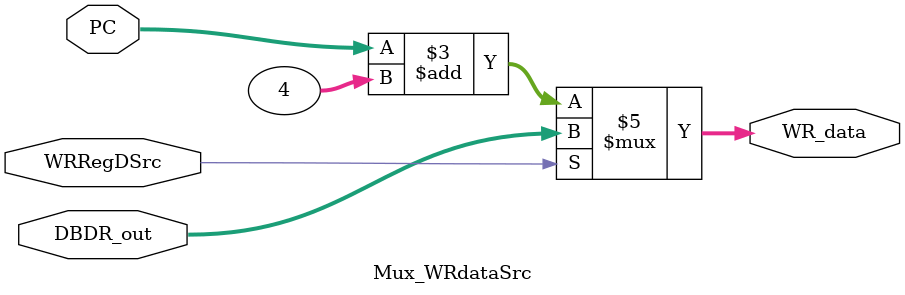
<source format=v>
`timescale 1ns / 1ps


module Mux_WRdataSrc(
    input WRRegDSrc,
    input [31:0] DBDR_out,
    input [31:0] PC,
    output reg [31:0] WR_data
    );
    
    always@ (*) begin
        if(WRRegDSrc == 0)
            WR_data = PC + 4;
        else
            WR_data = DBDR_out;
    end

endmodule

</source>
